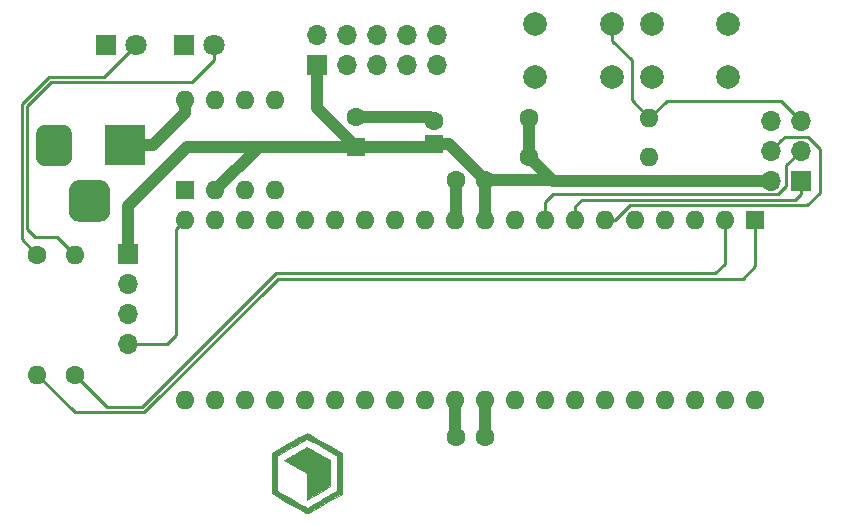
<source format=gbr>
%TF.GenerationSoftware,KiCad,Pcbnew,5.1.5*%
%TF.CreationDate,2020-05-04T11:32:26+02:00*%
%TF.ProjectId,atmega-dcf77-clock,61746d65-6761-42d6-9463-6637372d636c,rev?*%
%TF.SameCoordinates,Original*%
%TF.FileFunction,Copper,L1,Top*%
%TF.FilePolarity,Positive*%
%FSLAX46Y46*%
G04 Gerber Fmt 4.6, Leading zero omitted, Abs format (unit mm)*
G04 Created by KiCad (PCBNEW 5.1.5) date 2020-05-04 11:32:26*
%MOMM*%
%LPD*%
G04 APERTURE LIST*
%ADD10C,0.010000*%
%ADD11O,1.700000X1.700000*%
%ADD12R,1.700000X1.700000*%
%ADD13R,1.600000X1.600000*%
%ADD14O,1.600000X1.600000*%
%ADD15C,1.600000*%
%ADD16C,2.000000*%
%ADD17C,0.100000*%
%ADD18R,3.500000X3.500000*%
%ADD19C,1.800000*%
%ADD20R,1.800000X1.800000*%
%ADD21C,1.000000*%
%ADD22C,0.250000*%
G04 APERTURE END LIST*
D10*
G36*
X65675494Y-116707045D02*
G01*
X65794481Y-116765855D01*
X65969753Y-116858341D01*
X66192937Y-116979928D01*
X66455657Y-117126037D01*
X66749541Y-117292092D01*
X67066212Y-117473515D01*
X67155750Y-117525244D01*
X68605667Y-118364427D01*
X68605667Y-121777906D01*
X67162163Y-122612340D01*
X66841830Y-122796926D01*
X66542666Y-122968189D01*
X66272981Y-123121456D01*
X66041088Y-123252053D01*
X65855297Y-123355305D01*
X65723920Y-123426537D01*
X65655268Y-123461076D01*
X65648746Y-123463463D01*
X65597887Y-123446515D01*
X65482217Y-123391123D01*
X65309929Y-123301724D01*
X65089217Y-123182755D01*
X64828274Y-123038654D01*
X64535292Y-122873858D01*
X64218467Y-122692805D01*
X64107750Y-122628898D01*
X62636667Y-121777645D01*
X62636667Y-118589500D01*
X63062506Y-118589500D01*
X63062601Y-120071167D01*
X63062696Y-121552833D01*
X64320765Y-122280878D01*
X64618349Y-122452050D01*
X64893664Y-122608420D01*
X65137935Y-122745157D01*
X65342383Y-122857430D01*
X65498232Y-122940407D01*
X65596705Y-122989256D01*
X65628140Y-123000545D01*
X65675342Y-122978124D01*
X65786989Y-122918252D01*
X65954240Y-122825873D01*
X66168256Y-122705937D01*
X66420194Y-122563390D01*
X66701217Y-122403179D01*
X66929067Y-122272500D01*
X68180688Y-121552833D01*
X68180688Y-118589500D01*
X66927461Y-117869833D01*
X66629863Y-117699817D01*
X66354383Y-117544121D01*
X66109892Y-117407629D01*
X65905259Y-117295223D01*
X65749354Y-117211787D01*
X65651047Y-117162204D01*
X65620256Y-117150167D01*
X65571949Y-117170603D01*
X65459288Y-117228652D01*
X65291145Y-117319426D01*
X65076389Y-117438034D01*
X64823894Y-117579589D01*
X64542530Y-117739200D01*
X64314392Y-117869833D01*
X63062506Y-118589500D01*
X62636667Y-118589500D01*
X62636667Y-118364912D01*
X64086583Y-117525915D01*
X64408050Y-117341093D01*
X64709018Y-117170346D01*
X64981111Y-117018256D01*
X65215953Y-116889405D01*
X65405169Y-116788374D01*
X65540383Y-116719745D01*
X65613219Y-116688100D01*
X65621167Y-116686490D01*
X65675494Y-116707045D01*
G37*
X65675494Y-116707045D02*
X65794481Y-116765855D01*
X65969753Y-116858341D01*
X66192937Y-116979928D01*
X66455657Y-117126037D01*
X66749541Y-117292092D01*
X67066212Y-117473515D01*
X67155750Y-117525244D01*
X68605667Y-118364427D01*
X68605667Y-121777906D01*
X67162163Y-122612340D01*
X66841830Y-122796926D01*
X66542666Y-122968189D01*
X66272981Y-123121456D01*
X66041088Y-123252053D01*
X65855297Y-123355305D01*
X65723920Y-123426537D01*
X65655268Y-123461076D01*
X65648746Y-123463463D01*
X65597887Y-123446515D01*
X65482217Y-123391123D01*
X65309929Y-123301724D01*
X65089217Y-123182755D01*
X64828274Y-123038654D01*
X64535292Y-122873858D01*
X64218467Y-122692805D01*
X64107750Y-122628898D01*
X62636667Y-121777645D01*
X62636667Y-118589500D01*
X63062506Y-118589500D01*
X63062601Y-120071167D01*
X63062696Y-121552833D01*
X64320765Y-122280878D01*
X64618349Y-122452050D01*
X64893664Y-122608420D01*
X65137935Y-122745157D01*
X65342383Y-122857430D01*
X65498232Y-122940407D01*
X65596705Y-122989256D01*
X65628140Y-123000545D01*
X65675342Y-122978124D01*
X65786989Y-122918252D01*
X65954240Y-122825873D01*
X66168256Y-122705937D01*
X66420194Y-122563390D01*
X66701217Y-122403179D01*
X66929067Y-122272500D01*
X68180688Y-121552833D01*
X68180688Y-118589500D01*
X66927461Y-117869833D01*
X66629863Y-117699817D01*
X66354383Y-117544121D01*
X66109892Y-117407629D01*
X65905259Y-117295223D01*
X65749354Y-117211787D01*
X65651047Y-117162204D01*
X65620256Y-117150167D01*
X65571949Y-117170603D01*
X65459288Y-117228652D01*
X65291145Y-117319426D01*
X65076389Y-117438034D01*
X64823894Y-117579589D01*
X64542530Y-117739200D01*
X64314392Y-117869833D01*
X63062506Y-118589500D01*
X62636667Y-118589500D01*
X62636667Y-118364912D01*
X64086583Y-117525915D01*
X64408050Y-117341093D01*
X64709018Y-117170346D01*
X64981111Y-117018256D01*
X65215953Y-116889405D01*
X65405169Y-116788374D01*
X65540383Y-116719745D01*
X65613219Y-116688100D01*
X65621167Y-116686490D01*
X65675494Y-116707045D01*
G36*
X66608226Y-118400947D02*
G01*
X67589667Y-118958916D01*
X67589667Y-121183417D01*
X66613228Y-121738542D01*
X66352743Y-121886254D01*
X66117067Y-122019175D01*
X65915993Y-122131839D01*
X65759310Y-122218783D01*
X65656813Y-122274542D01*
X65618395Y-122293667D01*
X65613432Y-122253177D01*
X65608874Y-122139083D01*
X65604915Y-121962447D01*
X65601754Y-121734330D01*
X65599586Y-121465795D01*
X65598626Y-121182417D01*
X65597252Y-120071167D01*
X64659179Y-119538826D01*
X64403865Y-119392723D01*
X64174039Y-119258874D01*
X63979686Y-119143285D01*
X63830789Y-119051960D01*
X63737331Y-118990904D01*
X63708950Y-118967326D01*
X63740562Y-118936006D01*
X63835836Y-118870467D01*
X63984231Y-118777260D01*
X64175204Y-118662936D01*
X64398215Y-118534044D01*
X64487286Y-118483667D01*
X64733601Y-118345163D01*
X64965751Y-118214628D01*
X65169685Y-118099960D01*
X65331354Y-118009060D01*
X65436705Y-117949829D01*
X65452282Y-117941073D01*
X65626786Y-117842979D01*
X66608226Y-118400947D01*
G37*
X66608226Y-118400947D02*
X67589667Y-118958916D01*
X67589667Y-121183417D01*
X66613228Y-121738542D01*
X66352743Y-121886254D01*
X66117067Y-122019175D01*
X65915993Y-122131839D01*
X65759310Y-122218783D01*
X65656813Y-122274542D01*
X65618395Y-122293667D01*
X65613432Y-122253177D01*
X65608874Y-122139083D01*
X65604915Y-121962447D01*
X65601754Y-121734330D01*
X65599586Y-121465795D01*
X65598626Y-121182417D01*
X65597252Y-120071167D01*
X64659179Y-119538826D01*
X64403865Y-119392723D01*
X64174039Y-119258874D01*
X63979686Y-119143285D01*
X63830789Y-119051960D01*
X63737331Y-118990904D01*
X63708950Y-118967326D01*
X63740562Y-118936006D01*
X63835836Y-118870467D01*
X63984231Y-118777260D01*
X64175204Y-118662936D01*
X64398215Y-118534044D01*
X64487286Y-118483667D01*
X64733601Y-118345163D01*
X64965751Y-118214628D01*
X65169685Y-118099960D01*
X65331354Y-118009060D01*
X65436705Y-117949829D01*
X65452282Y-117941073D01*
X65626786Y-117842979D01*
X66608226Y-118400947D01*
D11*
X76660000Y-82960000D03*
X76660000Y-85500000D03*
X74120000Y-82960000D03*
X74120000Y-85500000D03*
X71580000Y-82960000D03*
X71580000Y-85500000D03*
X69040000Y-82960000D03*
X69040000Y-85500000D03*
X66500000Y-82960000D03*
D12*
X66500000Y-85500000D03*
D13*
X103550000Y-98600000D03*
D14*
X55290000Y-113840000D03*
X101010000Y-98600000D03*
X57830000Y-113840000D03*
X98470000Y-98600000D03*
X60370000Y-113840000D03*
X95930000Y-98600000D03*
X62910000Y-113840000D03*
X93390000Y-98600000D03*
X65450000Y-113840000D03*
X90850000Y-98600000D03*
X67990000Y-113840000D03*
X88310000Y-98600000D03*
X70530000Y-113840000D03*
X85770000Y-98600000D03*
X73070000Y-113840000D03*
X83230000Y-98600000D03*
X75610000Y-113840000D03*
X80690000Y-98600000D03*
X78150000Y-113840000D03*
X78150000Y-98600000D03*
X80690000Y-113840000D03*
X75610000Y-98600000D03*
X83230000Y-113840000D03*
X73070000Y-98600000D03*
X85770000Y-113840000D03*
X70530000Y-98600000D03*
X88310000Y-113840000D03*
X67990000Y-98600000D03*
X90850000Y-113840000D03*
X65450000Y-98600000D03*
X93390000Y-113840000D03*
X62910000Y-98600000D03*
X95930000Y-113840000D03*
X60370000Y-98600000D03*
X98470000Y-113840000D03*
X57830000Y-98600000D03*
X101010000Y-113840000D03*
X55290000Y-98600000D03*
X103550000Y-113840000D03*
D15*
X76350000Y-90200000D03*
D13*
X76350000Y-92200000D03*
D11*
X104900000Y-90200000D03*
X107440000Y-90200000D03*
X104900000Y-92740000D03*
X107440000Y-92740000D03*
X104900000Y-95280000D03*
D12*
X107440000Y-95280000D03*
D15*
X78200000Y-95250000D03*
X80700000Y-95250000D03*
X80700000Y-117000000D03*
X78200000Y-117000000D03*
X69750000Y-89900000D03*
D13*
X69750000Y-92400000D03*
D11*
X50450000Y-109120000D03*
X50450000Y-106580000D03*
X50450000Y-104040000D03*
D12*
X50450000Y-101500000D03*
D14*
X55300000Y-88480000D03*
X62920000Y-96100000D03*
X57840000Y-88480000D03*
X60380000Y-96100000D03*
X60380000Y-88480000D03*
X57840000Y-96100000D03*
X62920000Y-88480000D03*
D13*
X55300000Y-96100000D03*
D16*
X84950000Y-86550000D03*
X84950000Y-82050000D03*
X91450000Y-86550000D03*
X91450000Y-82050000D03*
X101300000Y-82050000D03*
X101300000Y-86550000D03*
X94800000Y-82050000D03*
X94800000Y-86550000D03*
D15*
X45950000Y-111750000D03*
D14*
X45950000Y-101590000D03*
X42800000Y-111760000D03*
D15*
X42800000Y-101600000D03*
D14*
X94610000Y-90000000D03*
D15*
X84450000Y-90000000D03*
D14*
X94560000Y-93250000D03*
D15*
X84400000Y-93250000D03*
%TA.AperFunction,ComponentPad*%
D17*
G36*
X48160765Y-95254213D02*
G01*
X48245704Y-95266813D01*
X48328999Y-95287677D01*
X48409848Y-95316605D01*
X48487472Y-95353319D01*
X48561124Y-95397464D01*
X48630094Y-95448616D01*
X48693718Y-95506282D01*
X48751384Y-95569906D01*
X48802536Y-95638876D01*
X48846681Y-95712528D01*
X48883395Y-95790152D01*
X48912323Y-95871001D01*
X48933187Y-95954296D01*
X48945787Y-96039235D01*
X48950000Y-96125000D01*
X48950000Y-97875000D01*
X48945787Y-97960765D01*
X48933187Y-98045704D01*
X48912323Y-98128999D01*
X48883395Y-98209848D01*
X48846681Y-98287472D01*
X48802536Y-98361124D01*
X48751384Y-98430094D01*
X48693718Y-98493718D01*
X48630094Y-98551384D01*
X48561124Y-98602536D01*
X48487472Y-98646681D01*
X48409848Y-98683395D01*
X48328999Y-98712323D01*
X48245704Y-98733187D01*
X48160765Y-98745787D01*
X48075000Y-98750000D01*
X46325000Y-98750000D01*
X46239235Y-98745787D01*
X46154296Y-98733187D01*
X46071001Y-98712323D01*
X45990152Y-98683395D01*
X45912528Y-98646681D01*
X45838876Y-98602536D01*
X45769906Y-98551384D01*
X45706282Y-98493718D01*
X45648616Y-98430094D01*
X45597464Y-98361124D01*
X45553319Y-98287472D01*
X45516605Y-98209848D01*
X45487677Y-98128999D01*
X45466813Y-98045704D01*
X45454213Y-97960765D01*
X45450000Y-97875000D01*
X45450000Y-96125000D01*
X45454213Y-96039235D01*
X45466813Y-95954296D01*
X45487677Y-95871001D01*
X45516605Y-95790152D01*
X45553319Y-95712528D01*
X45597464Y-95638876D01*
X45648616Y-95569906D01*
X45706282Y-95506282D01*
X45769906Y-95448616D01*
X45838876Y-95397464D01*
X45912528Y-95353319D01*
X45990152Y-95316605D01*
X46071001Y-95287677D01*
X46154296Y-95266813D01*
X46239235Y-95254213D01*
X46325000Y-95250000D01*
X48075000Y-95250000D01*
X48160765Y-95254213D01*
G37*
%TD.AperFunction*%
%TA.AperFunction,ComponentPad*%
G36*
X45023513Y-90553611D02*
G01*
X45096318Y-90564411D01*
X45167714Y-90582295D01*
X45237013Y-90607090D01*
X45303548Y-90638559D01*
X45366678Y-90676398D01*
X45425795Y-90720242D01*
X45480330Y-90769670D01*
X45529758Y-90824205D01*
X45573602Y-90883322D01*
X45611441Y-90946452D01*
X45642910Y-91012987D01*
X45667705Y-91082286D01*
X45685589Y-91153682D01*
X45696389Y-91226487D01*
X45700000Y-91300000D01*
X45700000Y-93300000D01*
X45696389Y-93373513D01*
X45685589Y-93446318D01*
X45667705Y-93517714D01*
X45642910Y-93587013D01*
X45611441Y-93653548D01*
X45573602Y-93716678D01*
X45529758Y-93775795D01*
X45480330Y-93830330D01*
X45425795Y-93879758D01*
X45366678Y-93923602D01*
X45303548Y-93961441D01*
X45237013Y-93992910D01*
X45167714Y-94017705D01*
X45096318Y-94035589D01*
X45023513Y-94046389D01*
X44950000Y-94050000D01*
X43450000Y-94050000D01*
X43376487Y-94046389D01*
X43303682Y-94035589D01*
X43232286Y-94017705D01*
X43162987Y-93992910D01*
X43096452Y-93961441D01*
X43033322Y-93923602D01*
X42974205Y-93879758D01*
X42919670Y-93830330D01*
X42870242Y-93775795D01*
X42826398Y-93716678D01*
X42788559Y-93653548D01*
X42757090Y-93587013D01*
X42732295Y-93517714D01*
X42714411Y-93446318D01*
X42703611Y-93373513D01*
X42700000Y-93300000D01*
X42700000Y-91300000D01*
X42703611Y-91226487D01*
X42714411Y-91153682D01*
X42732295Y-91082286D01*
X42757090Y-91012987D01*
X42788559Y-90946452D01*
X42826398Y-90883322D01*
X42870242Y-90824205D01*
X42919670Y-90769670D01*
X42974205Y-90720242D01*
X43033322Y-90676398D01*
X43096452Y-90638559D01*
X43162987Y-90607090D01*
X43232286Y-90582295D01*
X43303682Y-90564411D01*
X43376487Y-90553611D01*
X43450000Y-90550000D01*
X44950000Y-90550000D01*
X45023513Y-90553611D01*
G37*
%TD.AperFunction*%
D18*
X50200000Y-92300000D03*
D19*
X57740000Y-83800000D03*
D20*
X55200000Y-83800000D03*
D19*
X51140000Y-83800000D03*
D20*
X48600000Y-83800000D03*
D21*
X76050000Y-89900000D02*
X76350000Y-90200000D01*
X69750000Y-89900000D02*
X76050000Y-89900000D01*
X78200000Y-98550000D02*
X78150000Y-98600000D01*
X78200000Y-95250000D02*
X78200000Y-98550000D01*
X80690000Y-116990000D02*
X80700000Y-117000000D01*
X80690000Y-113840000D02*
X80690000Y-116990000D01*
X76150000Y-92400000D02*
X76350000Y-92200000D01*
X69750000Y-92400000D02*
X76150000Y-92400000D01*
X66500000Y-89150000D02*
X69750000Y-92400000D01*
X66500000Y-85500000D02*
X66500000Y-89150000D01*
X61540000Y-92400000D02*
X69750000Y-92400000D01*
X57840000Y-96100000D02*
X61540000Y-92400000D01*
X50450000Y-101500000D02*
X50450000Y-97400000D01*
X55450000Y-92400000D02*
X69750000Y-92400000D01*
X50450000Y-97400000D02*
X55450000Y-92400000D01*
X86430000Y-95280000D02*
X84400000Y-93250000D01*
X104900000Y-95280000D02*
X86430000Y-95280000D01*
X84450000Y-93200000D02*
X84400000Y-93250000D01*
X84450000Y-90000000D02*
X84450000Y-93200000D01*
X86400000Y-95250000D02*
X86430000Y-95280000D01*
X80700000Y-95250000D02*
X86400000Y-95250000D01*
X77650000Y-92200000D02*
X80700000Y-95250000D01*
X76350000Y-92200000D02*
X77650000Y-92200000D01*
X80700000Y-98590000D02*
X80690000Y-98600000D01*
X80700000Y-95250000D02*
X80700000Y-98590000D01*
X78150000Y-116950000D02*
X78200000Y-117000000D01*
X78150000Y-113840000D02*
X78150000Y-116950000D01*
D22*
X48440000Y-86500000D02*
X51140000Y-83800000D01*
X41450000Y-88800000D02*
X43750000Y-86500000D01*
X42800000Y-101600000D02*
X41450000Y-100250000D01*
X43750000Y-86500000D02*
X48440000Y-86500000D01*
X41450000Y-100250000D02*
X41450000Y-88800000D01*
X44423600Y-100063600D02*
X45950000Y-101590000D01*
X57740000Y-85072792D02*
X55862792Y-86950000D01*
X43936410Y-86950000D02*
X41900010Y-88986400D01*
X57740000Y-83800000D02*
X57740000Y-85072792D01*
X55862792Y-86950000D02*
X43936410Y-86950000D01*
X42563600Y-100063600D02*
X41900010Y-99400010D01*
X44423600Y-100063600D02*
X42563600Y-100063600D01*
X41900010Y-99400010D02*
X41900010Y-88986400D01*
D21*
X55300000Y-89600000D02*
X55300000Y-88480000D01*
X50200000Y-92300000D02*
X52600000Y-92300000D01*
X52600000Y-92300000D02*
X55300000Y-89600000D01*
D22*
X42800000Y-111760000D02*
X45940000Y-114900000D01*
X45940000Y-114900000D02*
X51850000Y-114900000D01*
X51850000Y-114900000D02*
X63150000Y-103600000D01*
X63150000Y-103600000D02*
X102500000Y-103600000D01*
X103550000Y-102550000D02*
X103550000Y-98600000D01*
X102500000Y-103600000D02*
X103550000Y-102550000D01*
X45950000Y-111750000D02*
X48649990Y-114449990D01*
X48649990Y-114449990D02*
X51663600Y-114449990D01*
X51663600Y-114449990D02*
X62963600Y-103149990D01*
X62963600Y-103149990D02*
X100200010Y-103149990D01*
X101010000Y-102340000D02*
X101010000Y-98600000D01*
X100200010Y-103149990D02*
X101010000Y-102340000D01*
X54490001Y-99399999D02*
X54490001Y-108359999D01*
X55290000Y-98600000D02*
X54490001Y-99399999D01*
X53730000Y-109120000D02*
X50450000Y-109120000D01*
X54490001Y-108359999D02*
X53730000Y-109120000D01*
X107440000Y-90200000D02*
X105790000Y-88550000D01*
X96060000Y-88550000D02*
X94610000Y-90000000D01*
X105790000Y-88550000D02*
X96060000Y-88550000D01*
X91450000Y-83464213D02*
X93100000Y-85114213D01*
X91450000Y-82050000D02*
X91450000Y-83464213D01*
X93100000Y-88490000D02*
X94610000Y-90000000D01*
X93100000Y-85114213D02*
X93100000Y-88490000D01*
X92969977Y-97355021D02*
X107994979Y-97355021D01*
X90850000Y-98600000D02*
X91724998Y-98600000D01*
X91724998Y-98600000D02*
X92969977Y-97355021D01*
X107994979Y-97355021D02*
X109050000Y-96300000D01*
X105749999Y-91890001D02*
X104900000Y-92740000D01*
X106075001Y-91564999D02*
X105749999Y-91890001D01*
X108004001Y-91564999D02*
X106075001Y-91564999D01*
X109050000Y-92610998D02*
X108004001Y-91564999D01*
X109050000Y-96300000D02*
X109050000Y-92610998D01*
X85770000Y-97123380D02*
X86438379Y-96455001D01*
X106200000Y-93980000D02*
X107440000Y-92740000D01*
X86438379Y-96455001D02*
X105464001Y-96455001D01*
X105464001Y-96455001D02*
X106200000Y-95719002D01*
X106200000Y-95719002D02*
X106200000Y-93980000D01*
X85770000Y-98600000D02*
X85770000Y-97123380D01*
X88310000Y-97468630D02*
X88873619Y-96905011D01*
X107440000Y-96380000D02*
X107440000Y-95280000D01*
X106914989Y-96905011D02*
X107440000Y-96380000D01*
X88873619Y-96905011D02*
X106914989Y-96905011D01*
X88310000Y-98600000D02*
X88310000Y-97468630D01*
M02*

</source>
